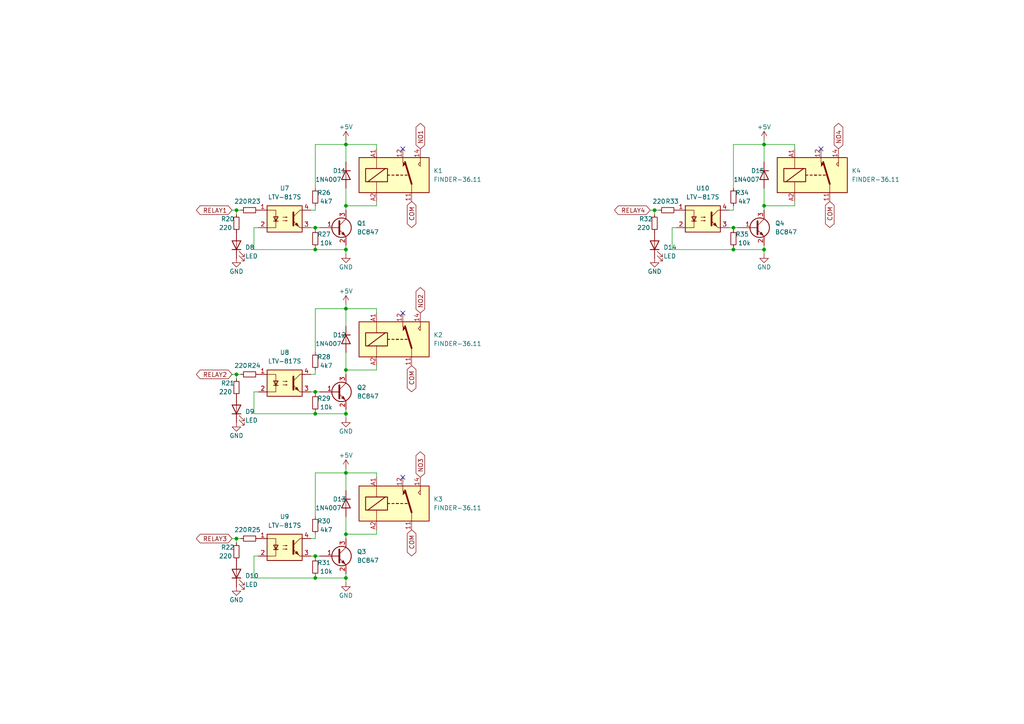
<source format=kicad_sch>
(kicad_sch (version 20211123) (generator eeschema)
  (paper "A4")
  (lib_symbols
    (symbol "Device:LED" (pin_numbers hide) (pin_names (offset 1.016) hide)
      (property "Reference" "D" (at 0 2.54 0))
      (property "Value" "LED" (at 0 -2.54 0))
      (symbol "LED_0_1"
        (polyline (pts (xy -1.27 -1.27) (xy -1.27 1.27)) (stroke (width 0.254)))
        (polyline (pts (xy -1.27 0) (xy 1.27 0)))
        (polyline (pts (xy 1.27 -1.27) (xy 1.27 1.27) (xy -1.27 0) (xy 1.27 -1.27)) (stroke (width 0.254)))
        (polyline (pts (xy -3.048 -0.762) (xy -4.572 -2.286) (xy -3.81 -2.286) (xy -4.572 -2.286) (xy -4.572 -1.524)))
        (polyline (pts (xy -1.778 -0.762) (xy -3.302 -2.286) (xy -2.54 -2.286) (xy -3.302 -2.286) (xy -3.302 -1.524)))
      )
      (symbol "LED_1_1"
        (pin passive line (at -3.81 0 0) (length 2.54) (name "K") (number "1"))
        (pin passive line (at 3.81 0 180) (length 2.54) (name "A") (number "2"))
      )
    )
    (symbol "Device:R_Small" (pin_numbers hide) (pin_names (offset 0.254) hide)
      (property "Reference" "R" (at 0.762 0.508 0))
      (property "Value" "R_Small" (at 0.762 -1.016 0))
      (symbol "R_Small_0_1"
        (rectangle (start -0.762 1.778) (end 0.762 -1.778) (stroke (width 0.2032)))
      )
      (symbol "R_Small_1_1"
        (pin passive line (at 0 2.54 270) (length 0.762) (name "~") (number "1"))
        (pin passive line (at 0 -2.54 90) (length 0.762) (name "~") (number "2"))
      )
    )
    (symbol "Diode:1N4148W" (pin_numbers hide) (pin_names (offset 1.016) hide)
      (property "Reference" "D" (at 0 2.54 0))
      (property "Value" "1N4148W" (at 0 -2.54 0))
      (symbol "1N4148W_0_1"
        (polyline (pts (xy -1.27 1.27) (xy -1.27 -1.27)) (stroke (width 0.254)))
        (polyline (pts (xy 1.27 0) (xy -1.27 0)))
        (polyline (pts (xy 1.27 1.27) (xy 1.27 -1.27) (xy -1.27 0) (xy 1.27 1.27)) (stroke (width 0.254)))
      )
      (symbol "1N4148W_1_1"
        (pin passive line (at -3.81 0 0) (length 2.54) (name "K") (number "1"))
        (pin passive line (at 3.81 0 180) (length 2.54) (name "A") (number "2"))
      )
    )
    (symbol "Isolator:LTV-817S" (pin_names (offset 1.016))
      (property "Reference" "U" (at -3.81 5.08 0))
      (property "Value" "LTV-817S" (at 0 -5.08 0))
      (symbol "LTV-817S_1_1"
        (rectangle (start -5.08 3.81) (end 5.08 -3.81) (stroke (width 0.254)) (fill (type background)))
        (polyline (pts (xy -3.175 -0.635) (xy -1.905 -0.635)) (stroke (width 0.254)))
        (polyline (pts (xy 2.54 0.635) (xy 4.445 2.54)))
        (polyline (pts (xy 4.445 -2.54) (xy 2.54 -0.635)) (fill (type outline)))
        (polyline (pts (xy 4.445 -2.54) (xy 5.08 -2.54)))
        (polyline (pts (xy 4.445 2.54) (xy 5.08 2.54)))
        (polyline (pts (xy -5.08 2.54) (xy -2.54 2.54) (xy -2.54 -0.762)))
        (polyline (pts (xy -2.54 -0.635) (xy -2.54 -2.54) (xy -5.08 -2.54)))
        (polyline (pts (xy 2.54 1.905) (xy 2.54 -1.905) (xy 2.54 -1.905)) (stroke (width 0.508)))
        (polyline (pts (xy -2.54 -0.635) (xy -3.175 0.635) (xy -1.905 0.635) (xy -2.54 -0.635)) (stroke (width 0.254)))
        (polyline (pts (xy -0.508 -0.508) (xy 0.762 -0.508) (xy 0.381 -0.635) (xy 0.381 -0.381) (xy 0.762 -0.508)))
        (polyline (pts (xy -0.508 0.508) (xy 0.762 0.508) (xy 0.381 0.381) (xy 0.381 0.635) (xy 0.762 0.508)))
        (polyline (pts (xy 3.048 -1.651) (xy 3.556 -1.143) (xy 4.064 -2.159) (xy 3.048 -1.651) (xy 3.048 -1.651)) (fill (type outline)))
        (pin passive line (at -7.62 2.54 0) (length 2.54) (name "~") (number "1"))
        (pin passive line (at -7.62 -2.54 0) (length 2.54) (name "~") (number "2"))
        (pin passive line (at 7.62 -2.54 180) (length 2.54) (name "~") (number "3"))
        (pin passive line (at 7.62 2.54 180) (length 2.54) (name "~") (number "4"))
      )
    )
    (symbol "Relay:FINDER-36.11"
      (property "Reference" "K" (at 11.43 3.81 0))
      (property "Value" "FINDER-36.11" (at 11.43 1.27 0))
      (symbol "FINDER-36.11_0_0"
        (polyline (pts (xy 2.54 3.81) (xy 2.54 5.08)))
        (polyline (pts (xy 7.62 3.81) (xy 7.62 5.08)))
        (polyline (pts (xy 7.62 3.81) (xy 7.62 2.54) (xy 6.985 3.175) (xy 7.62 3.81)))
      )
      (symbol "FINDER-36.11_0_1"
        (rectangle (start -10.16 5.08) (end 10.16 -5.08) (stroke (width 0.254)) (fill (type background)))
        (rectangle (start -8.255 1.905) (end -1.905 -1.905) (stroke (width 0.254)))
        (polyline (pts (xy -7.62 -1.905) (xy -2.54 1.905)) (stroke (width 0.254)))
        (polyline (pts (xy -5.08 -5.08) (xy -5.08 -1.905)))
        (polyline (pts (xy -5.08 5.08) (xy -5.08 1.905)))
        (polyline (pts (xy -1.905 0) (xy -1.27 0)) (stroke (width 0.254)))
        (polyline (pts (xy -0.635 0) (xy 0 0)) (stroke (width 0.254)))
        (polyline (pts (xy 0.635 0) (xy 1.27 0)) (stroke (width 0.254)))
        (polyline (pts (xy 0.635 0) (xy 1.27 0)) (stroke (width 0.254)))
        (polyline (pts (xy 1.905 0) (xy 2.54 0)) (stroke (width 0.254)))
        (polyline (pts (xy 3.175 0) (xy 3.81 0)) (stroke (width 0.254)))
        (polyline (pts (xy 5.08 -2.54) (xy 3.175 3.81)) (stroke (width 0.508)))
        (polyline (pts (xy 5.08 -2.54) (xy 5.08 -5.08)))
        (polyline (pts (xy 2.54 2.54) (xy 3.175 3.175) (xy 2.54 3.81)) (fill (type outline)))
      )
      (symbol "FINDER-36.11_1_1"
        (pin passive line (at 5.08 -7.62 90) (length 2.54) (name "~") (number "11"))
        (pin passive line (at 2.54 7.62 270) (length 2.54) (name "~") (number "12"))
        (pin passive line (at 7.62 7.62 270) (length 2.54) (name "~") (number "14"))
        (pin passive line (at -5.08 7.62 270) (length 2.54) (name "~") (number "A1"))
        (pin passive line (at -5.08 -7.62 90) (length 2.54) (name "~") (number "A2"))
      )
    )
    (symbol "Transistor_BJT:BC847" (pin_names (offset 0) hide)
      (property "Reference" "Q" (at 5.08 1.905 0))
      (property "Value" "BC847" (at 5.08 0 0))
      (symbol "BC847_0_1"
        (polyline (pts (xy 0.635 0.635) (xy 2.54 2.54)))
        (polyline (pts (xy 0.635 -0.635) (xy 2.54 -2.54) (xy 2.54 -2.54)))
        (polyline (pts (xy 0.635 1.905) (xy 0.635 -1.905) (xy 0.635 -1.905)) (stroke (width 0.508)))
        (polyline (pts (xy 1.27 -1.778) (xy 1.778 -1.27) (xy 2.286 -2.286) (xy 1.27 -1.778) (xy 1.27 -1.778)) (fill (type outline)))
        (circle (center 1.27 0) (radius 2.8194) (stroke (width 0.254)))
      )
      (symbol "BC847_1_1"
        (pin input line (at -5.08 0 0) (length 5.715) (name "B") (number "1"))
        (pin passive line (at 2.54 -5.08 90) (length 2.54) (name "E") (number "2"))
        (pin passive line (at 2.54 5.08 270) (length 2.54) (name "C") (number "3"))
      )
    )
    (symbol "power:+5V" (power) (pin_names (offset 0))
      (property "Value" "+5V" (at 0 3.556 0))
      (symbol "+5V_0_1"
        (polyline (pts (xy -0.762 1.27) (xy 0 2.54)))
        (polyline (pts (xy 0 0) (xy 0 2.54)))
        (polyline (pts (xy 0 2.54) (xy 0.762 1.27)))
      )
      (symbol "+5V_1_1"
        (pin power_in line (at 0 0 90) (length 0) hide (name "+5V") (number "1"))
      )
    )
    (symbol "power:GND" (power) (pin_names (offset 0))
      (property "Value" "GND" (at 0 -3.81 0))
      (symbol "GND_0_1"
        (polyline (pts (xy 0 0) (xy 0 -1.27) (xy 1.27 -1.27) (xy 0 -2.54) (xy -1.27 -1.27) (xy 0 -1.27)))
      )
      (symbol "GND_1_1"
        (pin power_in line (at 0 0 270) (length 0) hide (name "GND") (number "1"))
      )
    )
  )
  (junction (at 100.33 120.015))
  (junction (at 91.44 167.64))
  (junction (at 91.44 72.39))
  (junction (at 68.58 156.21))
  (junction (at 100.33 72.39))
  (junction (at 189.865 60.96))
  (junction (at 100.33 107.315))
  (junction (at 100.33 89.535))
  (junction (at 68.58 60.96))
  (junction (at 100.33 167.64))
  (junction (at 68.58 108.585))
  (junction (at 100.33 59.69))
  (junction (at 221.615 59.69))
  (junction (at 100.33 137.16))
  (junction (at 212.725 66.04))
  (junction (at 91.44 113.665))
  (junction (at 100.33 41.91))
  (junction (at 221.615 72.39))
  (junction (at 91.44 66.04))
  (junction (at 91.44 120.015))
  (junction (at 212.725 72.39))
  (junction (at 91.44 161.29))
  (junction (at 221.615 41.91))
  (junction (at 100.33 154.94))
  (no_connect (at 238.125 43.18))
  (no_connect (at 116.84 43.18))
  (no_connect (at 116.84 90.805))
  (no_connect (at 116.84 138.43))
  (wire (pts (xy 73.66 120.015) (xy 91.44 120.015)))
  (wire (pts (xy 100.33 41.91) (xy 109.22 41.91)))
  (wire (pts (xy 91.44 137.16) (xy 100.33 137.16)))
  (wire (pts (xy 69.85 156.21) (xy 68.58 156.21)))
  (wire (pts (xy 211.455 60.96) (xy 212.725 60.96)))
  (wire (pts (xy 100.33 108.585) (xy 100.33 107.315)))
  (wire (pts (xy 109.22 154.94) (xy 109.22 153.67)))
  (wire (pts (xy 91.44 113.665) (xy 91.44 114.3)))
  (wire (pts (xy 100.33 89.535) (xy 109.22 89.535)))
  (wire (pts (xy 221.615 41.91) (xy 230.505 41.91)))
  (wire (pts (xy 69.85 60.96) (xy 68.58 60.96)))
  (wire (pts (xy 90.17 156.21) (xy 91.44 156.21)))
  (wire (pts (xy 67.31 108.585) (xy 68.58 108.585)))
  (wire (pts (xy 191.135 60.96) (xy 189.865 60.96)))
  (wire (pts (xy 91.44 119.38) (xy 91.44 120.015)))
  (wire (pts (xy 230.505 59.69) (xy 230.505 58.42)))
  (wire (pts (xy 100.33 149.86) (xy 100.33 154.94)))
  (wire (pts (xy 100.33 72.39) (xy 100.33 73.66)))
  (wire (pts (xy 109.22 107.315) (xy 109.22 106.045)))
  (wire (pts (xy 91.44 108.585) (xy 91.44 107.315)))
  (wire (pts (xy 100.33 59.69) (xy 109.22 59.69)))
  (wire (pts (xy 212.725 41.91) (xy 221.615 41.91)))
  (wire (pts (xy 230.505 41.91) (xy 230.505 43.18)))
  (wire (pts (xy 212.725 72.39) (xy 221.615 72.39)))
  (wire (pts (xy 91.44 41.91) (xy 100.33 41.91)))
  (wire (pts (xy 212.725 66.04) (xy 212.725 66.675)))
  (wire (pts (xy 74.93 113.665) (xy 73.66 113.665)))
  (wire (pts (xy 221.615 46.99) (xy 221.615 41.91)))
  (wire (pts (xy 196.215 66.04) (xy 194.945 66.04)))
  (wire (pts (xy 100.33 118.745) (xy 100.33 120.015)))
  (wire (pts (xy 91.44 102.235) (xy 91.44 89.535)))
  (wire (pts (xy 100.33 88.265) (xy 100.33 89.535)))
  (wire (pts (xy 74.93 161.29) (xy 73.66 161.29)))
  (wire (pts (xy 109.22 41.91) (xy 109.22 43.18)))
  (wire (pts (xy 100.33 107.315) (xy 109.22 107.315)))
  (wire (pts (xy 67.31 60.96) (xy 68.58 60.96)))
  (wire (pts (xy 100.33 71.12) (xy 100.33 72.39)))
  (wire (pts (xy 90.17 108.585) (xy 91.44 108.585)))
  (wire (pts (xy 68.58 156.21) (xy 68.58 157.48)))
  (wire (pts (xy 221.615 60.96) (xy 221.615 59.69)))
  (wire (pts (xy 91.44 72.39) (xy 100.33 72.39)))
  (wire (pts (xy 73.66 161.29) (xy 73.66 167.64)))
  (wire (pts (xy 90.17 66.04) (xy 91.44 66.04)))
  (wire (pts (xy 194.945 72.39) (xy 212.725 72.39)))
  (wire (pts (xy 100.33 167.64) (xy 100.33 168.91)))
  (wire (pts (xy 109.22 137.16) (xy 109.22 138.43)))
  (wire (pts (xy 91.44 161.29) (xy 91.44 161.925)))
  (wire (pts (xy 73.66 72.39) (xy 91.44 72.39)))
  (wire (pts (xy 109.22 89.535) (xy 109.22 90.805)))
  (wire (pts (xy 90.17 161.29) (xy 91.44 161.29)))
  (wire (pts (xy 91.44 54.61) (xy 91.44 41.91)))
  (wire (pts (xy 188.595 60.96) (xy 189.865 60.96)))
  (wire (pts (xy 91.44 161.29) (xy 92.71 161.29)))
  (wire (pts (xy 69.85 108.585) (xy 68.58 108.585)))
  (wire (pts (xy 100.33 135.89) (xy 100.33 137.16)))
  (wire (pts (xy 100.33 46.99) (xy 100.33 41.91)))
  (wire (pts (xy 212.725 71.755) (xy 212.725 72.39)))
  (wire (pts (xy 100.33 156.21) (xy 100.33 154.94)))
  (wire (pts (xy 100.33 54.61) (xy 100.33 59.69)))
  (wire (pts (xy 91.44 89.535) (xy 100.33 89.535)))
  (wire (pts (xy 100.33 120.015) (xy 100.33 121.285)))
  (wire (pts (xy 68.58 108.585) (xy 68.58 109.855)))
  (wire (pts (xy 73.66 113.665) (xy 73.66 120.015)))
  (wire (pts (xy 100.33 60.96) (xy 100.33 59.69)))
  (wire (pts (xy 91.44 71.755) (xy 91.44 72.39)))
  (wire (pts (xy 100.33 94.615) (xy 100.33 89.535)))
  (wire (pts (xy 100.33 166.37) (xy 100.33 167.64)))
  (wire (pts (xy 212.725 60.96) (xy 212.725 59.69)))
  (wire (pts (xy 91.44 66.04) (xy 92.71 66.04)))
  (wire (pts (xy 100.33 137.16) (xy 109.22 137.16)))
  (wire (pts (xy 91.44 156.21) (xy 91.44 154.94)))
  (wire (pts (xy 90.17 60.96) (xy 91.44 60.96)))
  (wire (pts (xy 91.44 149.86) (xy 91.44 137.16)))
  (wire (pts (xy 100.33 40.64) (xy 100.33 41.91)))
  (wire (pts (xy 100.33 102.235) (xy 100.33 107.315)))
  (wire (pts (xy 74.93 66.04) (xy 73.66 66.04)))
  (wire (pts (xy 189.865 60.96) (xy 189.865 62.23)))
  (wire (pts (xy 100.33 154.94) (xy 109.22 154.94)))
  (wire (pts (xy 91.44 60.96) (xy 91.44 59.69)))
  (wire (pts (xy 73.66 66.04) (xy 73.66 72.39)))
  (wire (pts (xy 221.615 71.12) (xy 221.615 72.39)))
  (wire (pts (xy 67.31 156.21) (xy 68.58 156.21)))
  (wire (pts (xy 221.615 40.64) (xy 221.615 41.91)))
  (wire (pts (xy 68.58 60.96) (xy 68.58 62.23)))
  (wire (pts (xy 194.945 66.04) (xy 194.945 72.39)))
  (wire (pts (xy 91.44 66.04) (xy 91.44 66.675)))
  (wire (pts (xy 221.615 54.61) (xy 221.615 59.69)))
  (wire (pts (xy 211.455 66.04) (xy 212.725 66.04)))
  (wire (pts (xy 221.615 59.69) (xy 230.505 59.69)))
  (wire (pts (xy 91.44 113.665) (xy 92.71 113.665)))
  (wire (pts (xy 212.725 66.04) (xy 213.995 66.04)))
  (wire (pts (xy 91.44 167.005) (xy 91.44 167.64)))
  (wire (pts (xy 212.725 54.61) (xy 212.725 41.91)))
  (wire (pts (xy 91.44 167.64) (xy 100.33 167.64)))
  (wire (pts (xy 90.17 113.665) (xy 91.44 113.665)))
  (wire (pts (xy 100.33 142.24) (xy 100.33 137.16)))
  (wire (pts (xy 109.22 59.69) (xy 109.22 58.42)))
  (wire (pts (xy 73.66 167.64) (xy 91.44 167.64)))
  (wire (pts (xy 91.44 120.015) (xy 100.33 120.015)))
  (wire (pts (xy 221.615 72.39) (xy 221.615 73.66)))
  (global_label "NO2" (shape bidirectional) (at 121.92 90.805 90) (property "Intersheet References" "${INTERSHEET_REFS}" (effects hide)))
  (global_label "COM" (shape bidirectional) (at 119.38 153.67 270) (property "Intersheet References" "${INTERSHEET_REFS}" (effects hide)))
  (global_label "NO4" (shape bidirectional) (at 243.205 43.18 90) (property "Intersheet References" "${INTERSHEET_REFS}" (effects hide)))
  (global_label "NO3" (shape bidirectional) (at 121.92 138.43 90) (property "Intersheet References" "${INTERSHEET_REFS}" (effects hide)))
  (global_label "RELAY3" (shape bidirectional) (at 67.31 156.21 180) (property "Intersheet References" "${INTERSHEET_REFS}" (effects hide)))
  (global_label "RELAY2" (shape bidirectional) (at 67.31 108.585 180) (property "Intersheet References" "${INTERSHEET_REFS}" (effects hide)))
  (global_label "NO1" (shape bidirectional) (at 121.92 43.18 90) (property "Intersheet References" "${INTERSHEET_REFS}" (effects hide)))
  (global_label "COM" (shape bidirectional) (at 119.38 58.42 270) (property "Intersheet References" "${INTERSHEET_REFS}" (effects hide)))
  (global_label "RELAY1" (shape bidirectional) (at 67.31 60.96 180) (property "Intersheet References" "${INTERSHEET_REFS}" (effects hide)))
  (global_label "COM" (shape bidirectional) (at 119.38 106.045 270) (property "Intersheet References" "${INTERSHEET_REFS}" (effects hide)))
  (global_label "COM" (shape bidirectional) (at 240.665 58.42 270) (property "Intersheet References" "${INTERSHEET_REFS}" (effects hide)))
  (global_label "RELAY4" (shape bidirectional) (at 188.595 60.96 180) (property "Intersheet References" "${INTERSHEET_REFS}" (effects hide)))
  (symbol (lib_id "Device:R_Small") (at 68.58 160.02 180) (unit 1)
    (property "Reference" "R22" (at 66.04 158.75 0))
    (property "Value" "220" (at 65.405 161.29 0))
    (property "Footprint" "Resistor_SMD:R_0603_1608Metric" (effects hide))
  )
  (symbol (lib_id "power:GND") (at 221.615 73.66 0) (unit 1)
    (property "Reference" "#PWR0168" (effects hide))
    (property "Value" "GND" (at 221.615 77.47 0))
  )
  (symbol (lib_id "Device:R_Small") (at 212.725 57.15 0) (mirror x) (unit 1)
    (property "Reference" "R34" (at 215.265 55.88 0))
    (property "Value" "4k7" (at 215.9 58.42 0))
    (property "Footprint" "Resistor_SMD:R_0603_1608Metric" (effects hide))
  )
  (symbol (lib_id "power:GND") (at 68.58 74.93 0) (unit 1)
    (property "Reference" "#PWR0164" (effects hide))
    (property "Value" "GND" (at 68.58 78.74 0))
  )
  (symbol (lib_id "Device:R_Small") (at 212.725 69.215 0) (mirror x) (unit 1)
    (property "Reference" "R35" (at 215.265 67.945 0))
    (property "Value" "10k" (at 215.9 70.485 0))
    (property "Footprint" "Resistor_SMD:R_0603_1608Metric" (effects hide))
  )
  (symbol (lib_id "Isolator:LTV-817S") (at 203.835 63.5 0) (unit 1)
    (property "Reference" "U10" (at 203.835 54.61 0))
    (property "Value" "LTV-817S" (at 203.835 57.15 0))
    (property "Footprint" "Package_DIP:SMDIP-4_W9.53mm" (effects hide))
    (property "Datasheet" "http://www.us.liteon.com/downloads/LTV-817-827-847.PDF" (effects hide))
  )
  (symbol (lib_id "power:GND") (at 100.33 73.66 0) (unit 1)
    (property "Reference" "#PWR0163" (effects hide))
    (property "Value" "GND" (at 100.33 77.47 0))
  )
  (symbol (lib_id "Device:R_Small") (at 91.44 164.465 0) (mirror x) (unit 1)
    (property "Reference" "R31" (at 93.98 163.195 0))
    (property "Value" "10k" (at 94.615 165.735 0))
    (property "Footprint" "Resistor_SMD:R_0603_1608Metric" (effects hide))
  )
  (symbol (lib_id "Device:R_Small") (at 189.865 64.77 180) (unit 1)
    (property "Reference" "R32" (at 187.325 63.5 0))
    (property "Value" "220" (at 186.69 66.04 0))
    (property "Footprint" "Resistor_SMD:R_0603_1608Metric" (effects hide))
  )
  (symbol (lib_id "Transistor_BJT:BC847") (at 97.79 66.04 0) (unit 1)
    (property "Reference" "Q1" (at 103.505 64.7699 0) (effects (justify left)))
    (property "Value" "BC847" (at 103.505 67.3099 0) (effects (justify left)))
    (property "Footprint" "Package_TO_SOT_SMD:SOT-23" (effects hide))
    (property "Datasheet" "http://www.infineon.com/dgdl/Infineon-BC847SERIES_BC848SERIES_BC849SERIES_BC850SERIES-DS-v01_01-en.pdf?fileId=db3a304314dca389011541d4630a1657" (effects hide))
  )
  (symbol (lib_id "Device:R_Small") (at 91.44 104.775 0) (mirror x) (unit 1)
    (property "Reference" "R28" (at 93.98 103.505 0))
    (property "Value" "4k7" (at 94.615 106.045 0))
    (property "Footprint" "Resistor_SMD:R_0603_1608Metric" (effects hide))
  )
  (symbol (lib_id "Isolator:LTV-817S") (at 82.55 63.5 0) (unit 1)
    (property "Reference" "U7" (at 82.55 54.61 0))
    (property "Value" "LTV-817S" (at 82.55 57.15 0))
    (property "Footprint" "Package_DIP:SMDIP-4_W9.53mm" (effects hide))
    (property "Datasheet" "http://www.us.liteon.com/downloads/LTV-817-827-847.PDF" (effects hide))
  )
  (symbol (lib_id "Device:R_Small") (at 68.58 64.77 180) (unit 1)
    (property "Reference" "R20" (at 66.04 63.5 0))
    (property "Value" "220" (at 65.405 66.04 0))
    (property "Footprint" "Resistor_SMD:R_0603_1608Metric" (effects hide))
  )
  (symbol (lib_id "Device:R_Small") (at 91.44 69.215 0) (mirror x) (unit 1)
    (property "Reference" "R27" (at 93.98 67.945 0))
    (property "Value" "10k" (at 94.615 70.485 0))
    (property "Footprint" "Resistor_SMD:R_0603_1608Metric" (effects hide))
  )
  (symbol (lib_id "Relay:FINDER-36.11") (at 235.585 50.8 0) (unit 1)
    (property "Reference" "K4" (at 247.015 49.5299 0) (effects (justify left)))
    (property "Value" "FINDER-36.11" (at 247.015 52.0699 0) (effects (justify left)))
    (property "Footprint" "Relay_THT:Relay_SPDT_Finder_36.11" (effects hide))
    (property "Datasheet" "https://gfinder.findernet.com/public/attachments/36/EN/S36EN.pdf" (effects hide))
  )
  (symbol (lib_id "Device:LED") (at 68.58 166.37 90) (unit 1)
    (property "Reference" "D10" (at 71.12 167.005 90) (effects (justify right)))
    (property "Value" "LED" (at 71.12 169.545 90) (effects (justify right)))
    (property "Footprint" "LED_SMD:LED_0603_1608Metric" (effects hide))
  )
  (symbol (lib_id "power:+5V") (at 100.33 88.265 0) (unit 1)
    (property "Reference" "#PWR0160" (effects hide))
    (property "Value" "+5V" (at 100.33 84.455 0))
  )
  (symbol (lib_id "Device:LED") (at 68.58 71.12 90) (unit 1)
    (property "Reference" "D8" (at 71.12 71.755 90) (effects (justify right)))
    (property "Value" "LED" (at 71.12 74.295 90) (effects (justify right)))
    (property "Footprint" "LED_SMD:LED_0603_1608Metric" (effects hide))
  )
  (symbol (lib_id "power:GND") (at 100.33 121.285 0) (unit 1)
    (property "Reference" "#PWR0158" (effects hide))
    (property "Value" "GND" (at 100.33 125.095 0))
  )
  (symbol (lib_id "Isolator:LTV-817S") (at 82.55 111.125 0) (unit 1)
    (property "Reference" "U8" (at 82.55 102.235 0))
    (property "Value" "LTV-817S" (at 82.55 104.775 0))
    (property "Footprint" "Package_DIP:SMDIP-4_W9.53mm" (effects hide))
    (property "Datasheet" "http://www.us.liteon.com/downloads/LTV-817-827-847.PDF" (effects hide))
  )
  (symbol (lib_id "Device:R_Small") (at 72.39 156.21 90) (unit 1)
    (property "Reference" "R25" (at 73.66 153.67 90))
    (property "Value" "220" (at 69.85 153.67 90))
    (property "Footprint" "Resistor_SMD:R_0603_1608Metric" (effects hide))
  )
  (symbol (lib_id "Device:R_Small") (at 91.44 57.15 0) (mirror x) (unit 1)
    (property "Reference" "R26" (at 93.98 55.88 0))
    (property "Value" "4k7" (at 94.615 58.42 0))
    (property "Footprint" "Resistor_SMD:R_0603_1608Metric" (effects hide))
  )
  (symbol (lib_id "power:GND") (at 68.58 122.555 0) (unit 1)
    (property "Reference" "#PWR0159" (effects hide))
    (property "Value" "GND" (at 68.58 126.365 0))
  )
  (symbol (lib_id "power:+5V") (at 221.615 40.64 0) (unit 1)
    (property "Reference" "#PWR0167" (effects hide))
    (property "Value" "+5V" (at 221.615 36.83 0))
  )
  (symbol (lib_id "Relay:FINDER-36.11") (at 114.3 50.8 0) (unit 1)
    (property "Reference" "K1" (at 125.73 49.5299 0) (effects (justify left)))
    (property "Value" "FINDER-36.11" (at 125.73 52.0699 0) (effects (justify left)))
    (property "Footprint" "Relay_THT:Relay_SPDT_Finder_36.11" (effects hide))
    (property "Datasheet" "https://gfinder.findernet.com/public/attachments/36/EN/S36EN.pdf" (effects hide))
  )
  (symbol (lib_id "Device:R_Small") (at 72.39 108.585 90) (unit 1)
    (property "Reference" "R24" (at 73.66 106.045 90))
    (property "Value" "220" (at 69.85 106.045 90))
    (property "Footprint" "Resistor_SMD:R_0603_1608Metric" (effects hide))
  )
  (symbol (lib_id "Diode:1N4148W") (at 100.33 98.425 270) (unit 1)
    (property "Reference" "D12" (at 96.52 97.155 90) (effects (justify left)))
    (property "Value" "1N4007" (at 91.44 99.695 90) (effects (justify left)))
    (property "Footprint" "Diode_SMD:D_SOD-123" (effects hide))
    (property "Datasheet" "https://www.vishay.com/docs/85748/1n4148w.pdf" (effects hide))
  )
  (symbol (lib_id "Device:R_Small") (at 72.39 60.96 90) (unit 1)
    (property "Reference" "R23" (at 73.66 58.42 90))
    (property "Value" "220" (at 69.85 58.42 90))
    (property "Footprint" "Resistor_SMD:R_0603_1608Metric" (effects hide))
  )
  (symbol (lib_id "Diode:1N4148W") (at 100.33 146.05 270) (unit 1)
    (property "Reference" "D13" (at 96.52 144.78 90) (effects (justify left)))
    (property "Value" "1N4007" (at 91.44 147.32 90) (effects (justify left)))
    (property "Footprint" "Diode_SMD:D_SOD-123" (effects hide))
    (property "Datasheet" "https://www.vishay.com/docs/85748/1n4148w.pdf" (effects hide))
  )
  (symbol (lib_id "Device:R_Small") (at 91.44 116.84 0) (mirror x) (unit 1)
    (property "Reference" "R29" (at 93.98 115.57 0))
    (property "Value" "10k" (at 94.615 118.11 0))
    (property "Footprint" "Resistor_SMD:R_0603_1608Metric" (effects hide))
  )
  (symbol (lib_id "power:GND") (at 100.33 168.91 0) (unit 1)
    (property "Reference" "#PWR0165" (effects hide))
    (property "Value" "GND" (at 100.33 172.72 0))
  )
  (symbol (lib_id "Device:LED") (at 189.865 71.12 90) (unit 1)
    (property "Reference" "D14" (at 192.405 71.755 90) (effects (justify right)))
    (property "Value" "LED" (at 192.405 74.295 90) (effects (justify right)))
    (property "Footprint" "LED_SMD:LED_0603_1608Metric" (effects hide))
  )
  (symbol (lib_id "Device:R_Small") (at 193.675 60.96 90) (unit 1)
    (property "Reference" "R33" (at 194.945 58.42 90))
    (property "Value" "220" (at 191.135 58.42 90))
    (property "Footprint" "Resistor_SMD:R_0603_1608Metric" (effects hide))
  )
  (symbol (lib_id "Transistor_BJT:BC847") (at 219.075 66.04 0) (unit 1)
    (property "Reference" "Q4" (at 224.79 64.7699 0) (effects (justify left)))
    (property "Value" "BC847" (at 224.79 67.3099 0) (effects (justify left)))
    (property "Footprint" "Package_TO_SOT_SMD:SOT-23" (effects hide))
    (property "Datasheet" "http://www.infineon.com/dgdl/Infineon-BC847SERIES_BC848SERIES_BC849SERIES_BC850SERIES-DS-v01_01-en.pdf?fileId=db3a304314dca389011541d4630a1657" (effects hide))
  )
  (symbol (lib_id "Relay:FINDER-36.11") (at 114.3 146.05 0) (unit 1)
    (property "Reference" "K3" (at 125.73 144.7799 0) (effects (justify left)))
    (property "Value" "FINDER-36.11" (at 125.73 147.3199 0) (effects (justify left)))
    (property "Footprint" "Relay_THT:Relay_SPDT_Finder_36.11" (effects hide))
    (property "Datasheet" "https://gfinder.findernet.com/public/attachments/36/EN/S36EN.pdf" (effects hide))
  )
  (symbol (lib_id "Diode:1N4148W") (at 221.615 50.8 270) (unit 1)
    (property "Reference" "D15" (at 217.805 49.53 90) (effects (justify left)))
    (property "Value" "1N4007" (at 212.725 52.07 90) (effects (justify left)))
    (property "Footprint" "Diode_SMD:D_SOD-123" (effects hide))
    (property "Datasheet" "https://www.vishay.com/docs/85748/1n4148w.pdf" (effects hide))
  )
  (symbol (lib_id "Device:LED") (at 68.58 118.745 90) (unit 1)
    (property "Reference" "D9" (at 71.12 119.38 90) (effects (justify right)))
    (property "Value" "LED" (at 71.12 121.92 90) (effects (justify right)))
    (property "Footprint" "LED_SMD:LED_0603_1608Metric" (effects hide))
  )
  (symbol (lib_id "Diode:1N4148W") (at 100.33 50.8 270) (unit 1)
    (property "Reference" "D11" (at 96.52 49.53 90) (effects (justify left)))
    (property "Value" "1N4007" (at 91.44 52.07 90) (effects (justify left)))
    (property "Footprint" "Diode_SMD:D_SOD-123" (effects hide))
    (property "Datasheet" "https://www.vishay.com/docs/85748/1n4148w.pdf" (effects hide))
  )
  (symbol (lib_id "power:+5V") (at 100.33 135.89 0) (unit 1)
    (property "Reference" "#PWR0157" (effects hide))
    (property "Value" "+5V" (at 100.33 132.08 0))
  )
  (symbol (lib_id "Isolator:LTV-817S") (at 82.55 158.75 0) (unit 1)
    (property "Reference" "U9" (at 82.55 149.86 0))
    (property "Value" "LTV-817S" (at 82.55 152.4 0))
    (property "Footprint" "Package_DIP:SMDIP-4_W9.53mm" (effects hide))
    (property "Datasheet" "http://www.us.liteon.com/downloads/LTV-817-827-847.PDF" (effects hide))
  )
  (symbol (lib_id "power:GND") (at 68.58 170.18 0) (unit 1)
    (property "Reference" "#PWR0166" (effects hide))
    (property "Value" "GND" (at 68.58 173.99 0))
  )
  (symbol (lib_id "power:GND") (at 189.865 74.93 0) (unit 1)
    (property "Reference" "#PWR0162" (effects hide))
    (property "Value" "GND" (at 189.865 78.74 0))
  )
  (symbol (lib_id "Device:R_Small") (at 68.58 112.395 180) (unit 1)
    (property "Reference" "R21" (at 66.04 111.125 0))
    (property "Value" "220" (at 65.405 113.665 0))
    (property "Footprint" "Resistor_SMD:R_0603_1608Metric" (effects hide))
  )
  (symbol (lib_id "Transistor_BJT:BC847") (at 97.79 161.29 0) (unit 1)
    (property "Reference" "Q3" (at 103.505 160.0199 0) (effects (justify left)))
    (property "Value" "BC847" (at 103.505 162.5599 0) (effects (justify left)))
    (property "Footprint" "Package_TO_SOT_SMD:SOT-23" (effects hide))
    (property "Datasheet" "http://www.infineon.com/dgdl/Infineon-BC847SERIES_BC848SERIES_BC849SERIES_BC850SERIES-DS-v01_01-en.pdf?fileId=db3a304314dca389011541d4630a1657" (effects hide))
  )
  (symbol (lib_id "Relay:FINDER-36.11") (at 114.3 98.425 0) (unit 1)
    (property "Reference" "K2" (at 125.73 97.1549 0) (effects (justify left)))
    (property "Value" "FINDER-36.11" (at 125.73 99.6949 0) (effects (justify left)))
    (property "Footprint" "Relay_THT:Relay_SPDT_Finder_36.11" (effects hide))
    (property "Datasheet" "https://gfinder.findernet.com/public/attachments/36/EN/S36EN.pdf" (effects hide))
  )
  (symbol (lib_id "power:+5V") (at 100.33 40.64 0) (unit 1)
    (property "Reference" "#PWR0161" (effects hide))
    (property "Value" "+5V" (at 100.33 36.83 0))
  )
  (symbol (lib_id "Device:R_Small") (at 91.44 152.4 0) (mirror x) (unit 1)
    (property "Reference" "R30" (at 93.98 151.13 0))
    (property "Value" "4k7" (at 94.615 153.67 0))
    (property "Footprint" "Resistor_SMD:R_0603_1608Metric" (effects hide))
  )
  (symbol (lib_id "Transistor_BJT:BC847") (at 97.79 113.665 0) (unit 1)
    (property "Reference" "Q2" (at 103.505 112.3949 0) (effects (justify left)))
    (property "Value" "BC847" (at 103.505 114.9349 0) (effects (justify left)))
    (property "Footprint" "Package_TO_SOT_SMD:SOT-23" (effects hide))
    (property "Datasheet" "http://www.infineon.com/dgdl/Infineon-BC847SERIES_BC848SERIES_BC849SERIES_BC850SERIES-DS-v01_01-en.pdf?fileId=db3a304314dca389011541d4630a1657" (effects hide))
  )
)
</source>
